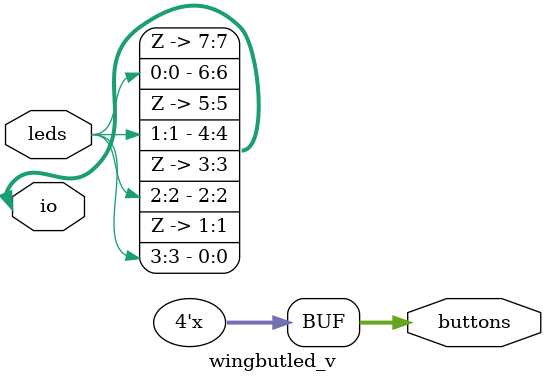
<source format=v>
module wingbutled_v (
    inout [7:0] io,
    output [3:0] buttons,
    input [3:0] leds
);
    // Assign LED values to specific io pins
    assign io[0] = leds[3];
    assign io[2] = leds[2];
    assign io[4] = leds[1];
    assign io[6] = leds[0];

    // Set specific io pins to high impedance (Z)
    assign io[1] = 1'bz;
    assign io[3] = 1'bz;
    assign io[5] = 1'bz;
    assign io[7] = 1'bz;

    // Assign io pin values to button outputs
    assign buttons[3] = io[1];
    assign buttons[2] = io[3];
    assign buttons[1] = io[5];
    assign buttons[0] = io[7];
endmodule


</source>
